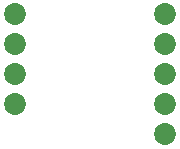
<source format=gbr>
%TF.GenerationSoftware,KiCad,Pcbnew,8.0.6*%
%TF.CreationDate,2025-01-14T14:57:28-07:00*%
%TF.ProjectId,IdealDiodeBoard,49646561-6c44-4696-9f64-65426f617264,rev?*%
%TF.SameCoordinates,Original*%
%TF.FileFunction,Soldermask,Top*%
%TF.FilePolarity,Negative*%
%FSLAX46Y46*%
G04 Gerber Fmt 4.6, Leading zero omitted, Abs format (unit mm)*
G04 Created by KiCad (PCBNEW 8.0.6) date 2025-01-14 14:57:28*
%MOMM*%
%LPD*%
G01*
G04 APERTURE LIST*
%ADD10C,1.854000*%
G04 APERTURE END LIST*
D10*
%TO.C,J1*%
X134620000Y-99060000D03*
X134620000Y-96520000D03*
X134620000Y-93980000D03*
X134620000Y-91440000D03*
X134620000Y-88900000D03*
%TD*%
%TO.C,J2*%
X121920000Y-96520000D03*
X121920000Y-93980000D03*
X121920000Y-91440000D03*
X121920000Y-88900000D03*
%TD*%
M02*

</source>
